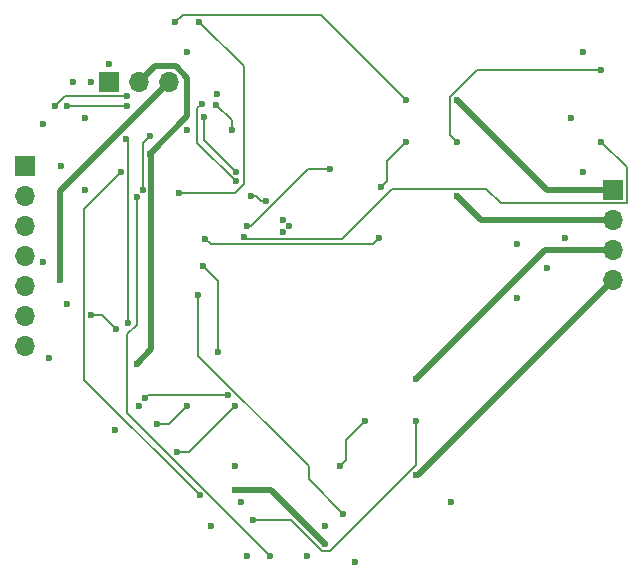
<source format=gbl>
%TF.GenerationSoftware,KiCad,Pcbnew,8.0.7*%
%TF.CreationDate,2025-02-15T17:42:46+02:00*%
%TF.ProjectId,stepper-motor-controller,73746570-7065-4722-9d6d-6f746f722d63,rev?*%
%TF.SameCoordinates,Original*%
%TF.FileFunction,Copper,L2,Bot*%
%TF.FilePolarity,Positive*%
%FSLAX46Y46*%
G04 Gerber Fmt 4.6, Leading zero omitted, Abs format (unit mm)*
G04 Created by KiCad (PCBNEW 8.0.7) date 2025-02-15 17:42:46*
%MOMM*%
%LPD*%
G01*
G04 APERTURE LIST*
%TA.AperFunction,ComponentPad*%
%ADD10O,1.700000X1.700000*%
%TD*%
%TA.AperFunction,ComponentPad*%
%ADD11R,1.700000X1.700000*%
%TD*%
%TA.AperFunction,ViaPad*%
%ADD12C,0.600000*%
%TD*%
%TA.AperFunction,Conductor*%
%ADD13C,0.200000*%
%TD*%
%TA.AperFunction,Conductor*%
%ADD14C,0.500000*%
%TD*%
%ADD15C,0.300000*%
%ADD16C,0.350000*%
G04 APERTURE END LIST*
D10*
%TO.P,J3,4,Pin_4*%
%TO.N,/BMA2*%
X169164000Y-69088000D03*
%TO.P,J3,3,Pin_3*%
%TO.N,/BMA1*%
X169164000Y-66548000D03*
%TO.P,J3,2,Pin_2*%
%TO.N,/BMB2*%
X169164000Y-64008000D03*
D11*
%TO.P,J3,1,Pin_1*%
%TO.N,/BMB1*%
X169164000Y-61468000D03*
%TD*%
D10*
%TO.P,J1,7,Pin_7*%
%TO.N,/TMC5160A/DIAG1*%
X119380000Y-74676000D03*
%TO.P,J1,6,Pin_6*%
%TO.N,/TMC5160A/DIAG0*%
X119380000Y-72136000D03*
%TO.P,J1,5,Pin_5*%
%TO.N,/TMC5160A/ENABLE*%
X119380000Y-69596000D03*
%TO.P,J1,4,Pin_4*%
%TO.N,/TMC5160A/MISO*%
X119380000Y-67056000D03*
%TO.P,J1,3,Pin_3*%
%TO.N,/TMC5160A/MOSI*%
X119380000Y-64516000D03*
%TO.P,J1,2,Pin_2*%
%TO.N,/TMC5160A/SCK*%
X119380000Y-61976000D03*
D11*
%TO.P,J1,1,Pin_1*%
%TO.N,/TMC5160A/CSN*%
X119380000Y-59436000D03*
%TD*%
D10*
%TO.P,J2,3,Pin_3*%
%TO.N,VC*%
X131572000Y-52324000D03*
%TO.P,J2,2,Pin_2*%
%TO.N,VM*%
X129032000Y-52324000D03*
D11*
%TO.P,J2,1,Pin_1*%
%TO.N,GND*%
X126492000Y-52324000D03*
%TD*%
D12*
%TO.N,GND*%
X120904000Y-55880000D03*
X133096000Y-49784000D03*
X166624000Y-49784000D03*
X165608000Y-55372000D03*
X166624000Y-59944000D03*
X161036000Y-70612000D03*
X138176000Y-92456000D03*
%TO.N,Net-(U7-G)*%
X132206265Y-83693735D03*
X137160000Y-79756000D03*
%TO.N,Net-(U8-G)*%
X152487000Y-81027000D03*
X138684000Y-89408000D03*
%TO.N,/HA2*%
X133096000Y-79756000D03*
X130533669Y-81302331D03*
%TO.N,/LA1*%
X136500735Y-78891265D03*
X129540000Y-79137990D03*
%TO.N,/HB2*%
X137867107Y-65488000D03*
X168148000Y-57404000D03*
%TO.N,Net-(U3-G)*%
X168148000Y-51304000D03*
X155956000Y-57404000D03*
%TO.N,/BMA1*%
X152487000Y-77469000D03*
%TO.N,VM*%
X128793500Y-76189300D03*
X129899000Y-58409300D03*
X137160000Y-86868000D03*
X144780000Y-91440000D03*
%TO.N,/BMA2*%
X152487000Y-85597000D03*
%TO.N,/CA1*%
X134403215Y-67937899D03*
X135648000Y-75184000D03*
%TO.N,/HB1*%
X132353715Y-61741715D03*
X134112000Y-47244000D03*
%TO.N,/SRAH*%
X127491485Y-59944000D03*
X134151735Y-87336265D03*
%TO.N,GND*%
X141224000Y-64008000D03*
X135636000Y-53340000D03*
X165100000Y-65532000D03*
X120904000Y-67564000D03*
X122428000Y-59436000D03*
X155448000Y-87884000D03*
X141732000Y-64516000D03*
X137668000Y-87884000D03*
X122936000Y-71120000D03*
X127000000Y-81788000D03*
X147320000Y-92964000D03*
X124968000Y-52324000D03*
X143256000Y-92456000D03*
X133096000Y-56388000D03*
X121412000Y-75692000D03*
X163576000Y-68072000D03*
X124460000Y-55372000D03*
X129032000Y-79756000D03*
X123444000Y-52324000D03*
X141224000Y-65024000D03*
X137160000Y-84836000D03*
X126492000Y-50800000D03*
X144780000Y-89916000D03*
X124460000Y-61468000D03*
X135128000Y-89916000D03*
X161036000Y-66040000D03*
%TO.N,VC*%
X122343000Y-69077300D03*
%TO.N,/SRBH*%
X128016000Y-54356000D03*
X137252000Y-59944000D03*
X122936000Y-54356000D03*
X134539735Y-55291735D03*
%TO.N,/LA2*%
X133999264Y-70362378D03*
X146302000Y-88900000D03*
%TO.N,/LB2*%
X149348000Y-65532000D03*
X134600424Y-65614071D03*
%TO.N,/SRAL*%
X128792939Y-62087598D03*
X140120000Y-92456000D03*
%TO.N,/TMC5160A/12VOUT*%
X129899000Y-56885300D03*
X129299000Y-61468000D03*
%TO.N,/SRBL*%
X121920000Y-54356000D03*
X139717001Y-62398738D03*
X134305926Y-54209396D03*
X128016000Y-53555997D03*
X138517001Y-61976000D03*
X137252000Y-60744003D03*
%TO.N,/TMC5160A/VCC*%
X128091485Y-72793785D03*
X127931000Y-57186300D03*
%TO.N,/BMB1*%
X155956000Y-53848000D03*
%TO.N,/BMB2*%
X138176000Y-64516000D03*
X145201000Y-59691000D03*
X155956000Y-61975999D03*
%TO.N,/TMC5160A/ENABLE*%
X124968000Y-72044000D03*
X127095658Y-73247658D03*
%TO.N,Net-(U7-S)*%
X146009000Y-84836000D03*
X148167000Y-81027000D03*
%TO.N,/LB1*%
X135555735Y-54275735D03*
X136852000Y-56388000D03*
%TO.N,Net-(U2-G)*%
X132084000Y-47244000D03*
X151636000Y-53848000D03*
%TO.N,Net-(U2-S)*%
X151636000Y-57406000D03*
X149478000Y-61215000D03*
X151636000Y-57406000D03*
X151636000Y-57406000D03*
X149478000Y-61215000D03*
X149478000Y-61215000D03*
%TD*%
D13*
%TO.N,Net-(U7-G)*%
X133222265Y-83693735D02*
X137160000Y-79756000D01*
X132206265Y-83693735D02*
X133222265Y-83693735D01*
%TO.N,Net-(U8-G)*%
X152487000Y-84749000D02*
X152487000Y-81027000D01*
X144531471Y-92040000D02*
X145196000Y-92040000D01*
X141899471Y-89408000D02*
X144531471Y-92040000D01*
X145196000Y-92040000D02*
X152487000Y-84749000D01*
X138684000Y-89408000D02*
X141899471Y-89408000D01*
%TO.N,/HA2*%
X131549669Y-81302331D02*
X133096000Y-79756000D01*
X130533669Y-81302331D02*
X131549669Y-81302331D01*
%TO.N,/LA1*%
X129540000Y-79137990D02*
X129786725Y-78891265D01*
X129786725Y-78891265D02*
X136500735Y-78891265D01*
%TO.N,/BMB2*%
X143273266Y-59691000D02*
X145201000Y-59691000D01*
X138448266Y-64516000D02*
X143273266Y-59691000D01*
X138176000Y-64516000D02*
X138448266Y-64516000D01*
%TO.N,/HB2*%
X170314000Y-59570000D02*
X168148000Y-57404000D01*
X170314000Y-62618000D02*
X170314000Y-59570000D01*
X159646000Y-62618000D02*
X170314000Y-62618000D01*
X158403999Y-61375999D02*
X159646000Y-62618000D01*
X150460001Y-61375999D02*
X158403999Y-61375999D01*
X137867107Y-65488000D02*
X138067107Y-65688000D01*
X146148000Y-65688000D02*
X150460001Y-61375999D01*
X138067107Y-65688000D02*
X146148000Y-65688000D01*
%TO.N,/SRBL*%
X138866209Y-61976000D02*
X139288947Y-62398738D01*
X138517001Y-61976000D02*
X138866209Y-61976000D01*
X139288947Y-62398738D02*
X139717001Y-62398738D01*
%TO.N,Net-(U3-G)*%
X155356000Y-53599471D02*
X157651471Y-51304000D01*
X155356000Y-56804000D02*
X155356000Y-53599471D01*
X155956000Y-57404000D02*
X155356000Y-56804000D01*
X157651471Y-51304000D02*
X168148000Y-51304000D01*
%TO.N,/LB2*%
X149348000Y-65532000D02*
X148792000Y-66088000D01*
X135074353Y-66088000D02*
X134600424Y-65614071D01*
X148792000Y-66088000D02*
X135074353Y-66088000D01*
%TO.N,/LA2*%
X133999264Y-75541264D02*
X133999264Y-70362378D01*
X146302000Y-88900000D02*
X143365494Y-85963494D01*
X143365494Y-84907494D02*
X133999264Y-75541264D01*
X143365494Y-85963494D02*
X143365494Y-84907494D01*
%TO.N,/HB1*%
X137102817Y-61741715D02*
X132353715Y-61741715D01*
X137852000Y-60992532D02*
X137102817Y-61741715D01*
X137852000Y-50984000D02*
X137852000Y-60992532D01*
X134112000Y-47244000D02*
X137852000Y-50984000D01*
D14*
%TO.N,/BMA1*%
X169164000Y-66548000D02*
X163408000Y-66548000D01*
X163408000Y-66548000D02*
X152487000Y-77469000D01*
%TO.N,VM*%
X133096000Y-55212300D02*
X129899000Y-58409300D01*
X133096000Y-52009522D02*
X133096000Y-55212300D01*
X137160000Y-86868000D02*
X140208000Y-86868000D01*
X130332000Y-51024000D02*
X132110478Y-51024000D01*
X130049000Y-58559300D02*
X130049000Y-74933800D01*
X129032000Y-52324000D02*
X130332000Y-51024000D01*
X129899000Y-58409300D02*
X130049000Y-58559300D01*
X130049000Y-74933800D02*
X128793500Y-76189300D01*
X132110478Y-51024000D02*
X133096000Y-52009522D01*
X140208000Y-86868000D02*
X144780000Y-91440000D01*
%TO.N,/BMA2*%
X169164000Y-69088000D02*
X152655000Y-85597000D01*
X152655000Y-85597000D02*
X152487000Y-85597000D01*
D13*
%TO.N,/CA1*%
X134403215Y-67937899D02*
X135648000Y-69182684D01*
X135648000Y-69182684D02*
X135648000Y-75184000D01*
%TO.N,/SRAH*%
X124368000Y-77552530D02*
X124368000Y-63067485D01*
X124368000Y-63067485D02*
X127491485Y-59944000D01*
X134151735Y-87336265D02*
X124368000Y-77552530D01*
D14*
%TO.N,VC*%
X122343000Y-61553000D02*
X122343000Y-69077300D01*
X131572000Y-52324000D02*
X122343000Y-61553000D01*
D13*
%TO.N,/SRBH*%
X134539735Y-57231735D02*
X134539735Y-55291735D01*
X137252000Y-59944000D02*
X134539735Y-57231735D01*
X128016000Y-54356000D02*
X122936000Y-54356000D01*
%TO.N,/SRAL*%
X128792939Y-72940860D02*
X128016000Y-73717799D01*
X128792939Y-62087598D02*
X128792939Y-72940860D01*
X128016000Y-73717799D02*
X128016000Y-80352000D01*
X128016000Y-80352000D02*
X140120000Y-92456000D01*
%TO.N,/TMC5160A/12VOUT*%
X129299000Y-57485300D02*
X129899000Y-56885300D01*
X129299000Y-61468000D02*
X129299000Y-57485300D01*
%TO.N,/SRBL*%
X133939735Y-54575587D02*
X134305926Y-54209396D01*
X137203474Y-60744003D02*
X133939735Y-57480264D01*
X128016000Y-53555997D02*
X122720003Y-53555997D01*
X137252000Y-60744003D02*
X137203474Y-60744003D01*
X122720003Y-53555997D02*
X121920000Y-54356000D01*
X133939735Y-57480264D02*
X133939735Y-54575587D01*
%TO.N,/TMC5160A/VCC*%
X128091485Y-72793785D02*
X128091485Y-57346785D01*
X128091485Y-57346785D02*
X127931000Y-57186300D01*
D14*
%TO.N,/BMB1*%
X169164000Y-61468000D02*
X163576000Y-61468000D01*
X163576000Y-61468000D02*
X155956000Y-53848000D01*
%TO.N,/BMB2*%
X169164000Y-64008000D02*
X157988001Y-64008000D01*
X157988001Y-64008000D02*
X155956000Y-61975999D01*
D13*
%TO.N,/TMC5160A/ENABLE*%
X125892000Y-72044000D02*
X127095658Y-73247658D01*
X124968000Y-72044000D02*
X125892000Y-72044000D01*
%TO.N,Net-(U7-S)*%
X146517000Y-82677000D02*
X148167000Y-81027000D01*
X146009000Y-84836000D02*
X146517000Y-84328000D01*
X146517000Y-84328000D02*
X146517000Y-82677000D01*
%TO.N,/LB1*%
X136852000Y-55572000D02*
X136852000Y-56388000D01*
X135555735Y-54275735D02*
X136852000Y-55572000D01*
%TO.N,Net-(U2-G)*%
X132684000Y-46644000D02*
X132084000Y-47244000D01*
X151636000Y-53848000D02*
X144432000Y-46644000D01*
%TO.N,Net-(U2-S)*%
X149986000Y-60707000D02*
X149986000Y-59056000D01*
X149478000Y-61215000D02*
X149986000Y-60707000D01*
X149986000Y-59056000D02*
X151636000Y-57406000D01*
X149986000Y-60707000D02*
X149986000Y-59056000D01*
%TO.N,Net-(U2-G)*%
X144432000Y-46644000D02*
X132684000Y-46644000D01*
%TO.N,Net-(U2-S)*%
X149478000Y-61215000D02*
X149986000Y-60707000D01*
X149986000Y-59056000D02*
X151636000Y-57406000D01*
X149478000Y-61215000D02*
X149986000Y-60707000D01*
X149986000Y-59056000D02*
X151636000Y-57406000D01*
X149986000Y-60707000D02*
X149986000Y-59056000D01*
%TD*%
D15*
X120904000Y-55880000D03*
X133096000Y-49784000D03*
X166624000Y-49784000D03*
X165608000Y-55372000D03*
X166624000Y-59944000D03*
X161036000Y-70612000D03*
X138176000Y-92456000D03*
X132206265Y-83693735D03*
X137160000Y-79756000D03*
X152487000Y-81027000D03*
X138684000Y-89408000D03*
X133096000Y-79756000D03*
X130533669Y-81302331D03*
X136500735Y-78891265D03*
X129540000Y-79137990D03*
X137867107Y-65488000D03*
X168148000Y-57404000D03*
X168148000Y-51304000D03*
X155956000Y-57404000D03*
X152487000Y-77469000D03*
X128793500Y-76189300D03*
X129899000Y-58409300D03*
X137160000Y-86868000D03*
X144780000Y-91440000D03*
X152487000Y-85597000D03*
X134403215Y-67937899D03*
X135648000Y-75184000D03*
X132353715Y-61741715D03*
X134112000Y-47244000D03*
X127491485Y-59944000D03*
X134151735Y-87336265D03*
X141224000Y-64008000D03*
X135636000Y-53340000D03*
X165100000Y-65532000D03*
X120904000Y-67564000D03*
X122428000Y-59436000D03*
X155448000Y-87884000D03*
X141732000Y-64516000D03*
X137668000Y-87884000D03*
X122936000Y-71120000D03*
X127000000Y-81788000D03*
X147320000Y-92964000D03*
X124968000Y-52324000D03*
X143256000Y-92456000D03*
X133096000Y-56388000D03*
X121412000Y-75692000D03*
X163576000Y-68072000D03*
X124460000Y-55372000D03*
X129032000Y-79756000D03*
X123444000Y-52324000D03*
X141224000Y-65024000D03*
X137160000Y-84836000D03*
X126492000Y-50800000D03*
X144780000Y-89916000D03*
X124460000Y-61468000D03*
X135128000Y-89916000D03*
X161036000Y-66040000D03*
X122343000Y-69077300D03*
X128016000Y-54356000D03*
X137252000Y-59944000D03*
X122936000Y-54356000D03*
X134539735Y-55291735D03*
X133999264Y-70362378D03*
X146302000Y-88900000D03*
X149348000Y-65532000D03*
X134600424Y-65614071D03*
X128792939Y-62087598D03*
X140120000Y-92456000D03*
X129899000Y-56885300D03*
X129299000Y-61468000D03*
X121920000Y-54356000D03*
X139717001Y-62398738D03*
X134305926Y-54209396D03*
X128016000Y-53555997D03*
X138517001Y-61976000D03*
X137252000Y-60744003D03*
X128091485Y-72793785D03*
X127931000Y-57186300D03*
X155956000Y-53848000D03*
X138176000Y-64516000D03*
X145201000Y-59691000D03*
X155956000Y-61975999D03*
X124968000Y-72044000D03*
X127095658Y-73247658D03*
X146009000Y-84836000D03*
X148167000Y-81027000D03*
X135555735Y-54275735D03*
X136852000Y-56388000D03*
X132084000Y-47244000D03*
X151636000Y-53848000D03*
X151636000Y-57406000D03*
X149478000Y-61215000D03*
X151636000Y-57406000D03*
X151636000Y-57406000D03*
X149478000Y-61215000D03*
X149478000Y-61215000D03*
D16*
X169164000Y-69088000D03*
X169164000Y-66548000D03*
X169164000Y-64008000D03*
X169164000Y-61468000D03*
X119380000Y-74676000D03*
X119380000Y-72136000D03*
X119380000Y-69596000D03*
X119380000Y-67056000D03*
X119380000Y-64516000D03*
X119380000Y-61976000D03*
X119380000Y-59436000D03*
X131572000Y-52324000D03*
X129032000Y-52324000D03*
X126492000Y-52324000D03*
M02*

</source>
